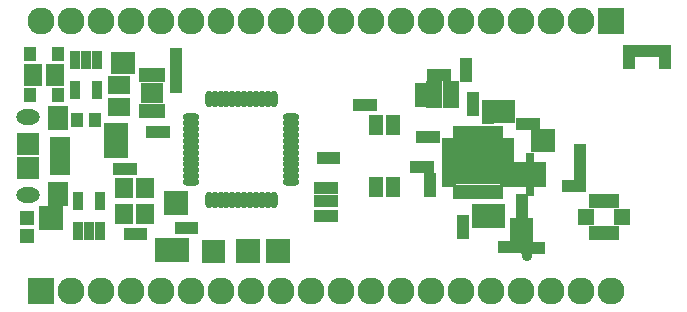
<source format=gts>
G04 #@! TF.FileFunction,Soldermask,Top*
%FSLAX46Y46*%
G04 Gerber Fmt 4.6, Leading zero omitted, Abs format (unit mm)*
G04 Created by KiCad (PCBNEW 4.0.7+dfsg1-1) date Sun Jan 28 21:58:49 2018*
%MOMM*%
%LPD*%
G01*
G04 APERTURE LIST*
%ADD10C,0.100000*%
%ADD11R,1.000000X1.000000*%
%ADD12R,1.350000X1.250000*%
%ADD13R,1.200000X0.684600*%
%ADD14R,0.684600X1.200000*%
%ADD15R,3.850000X3.850000*%
%ADD16O,0.650000X1.400000*%
%ADD17O,1.400000X0.650000*%
%ADD18R,1.593800X1.797000*%
%ADD19R,0.950000X1.600000*%
%ADD20R,1.000000X1.200000*%
%ADD21R,1.030000X1.230000*%
%ADD22R,1.550000X1.850000*%
%ADD23R,1.850000X1.550000*%
%ADD24R,1.200000X0.700000*%
%ADD25R,0.700000X1.200000*%
%ADD26R,1.200000X1.200000*%
%ADD27R,2.279600X2.279600*%
%ADD28C,2.279600*%
%ADD29R,2.600000X1.250000*%
%ADD30R,1.450000X1.400000*%
%ADD31R,1.200000X1.800000*%
%ADD32R,1.860000X1.760000*%
%ADD33R,0.700000X1.150000*%
%ADD34R,1.750000X0.800000*%
%ADD35R,1.950000X1.900000*%
%ADD36O,2.000000X1.300000*%
%ADD37R,1.800000X2.000000*%
%ADD38C,0.908000*%
%ADD39C,0.857200*%
G04 APERTURE END LIST*
D10*
G36*
X155495500Y-103902000D02*
X152225500Y-103902000D01*
X152225500Y-107172000D01*
X155495500Y-107172000D01*
X155495500Y-103902000D01*
G37*
D11*
X149821900Y-106916600D03*
X149821900Y-107916600D03*
X149663100Y-105941800D03*
X148663100Y-105941800D03*
X152615900Y-110498000D03*
X152615900Y-111498000D03*
X150118700Y-103378000D03*
X149118700Y-103378000D03*
X154774900Y-110583600D03*
X154774900Y-109583600D03*
X157627700Y-102311200D03*
X158627700Y-102311200D03*
X158846900Y-103225600D03*
X159846900Y-103225600D03*
X158846900Y-104165400D03*
X159846900Y-104165400D03*
X153911300Y-109558200D03*
X153911300Y-110558200D03*
X155689300Y-109558200D03*
X155689300Y-110558200D03*
X157594300Y-108720000D03*
X157594300Y-109720000D03*
X157111700Y-111726600D03*
X157111700Y-110726600D03*
X158026100Y-110726600D03*
X158026100Y-111726600D03*
X158059500Y-112750600D03*
X159059500Y-112750600D03*
X157103700Y-112725200D03*
X156103700Y-112725200D03*
D12*
X150112900Y-99221600D03*
X151562900Y-99221600D03*
X151562900Y-100371600D03*
X150112900Y-100371600D03*
D11*
X149085300Y-100347400D03*
X149085300Y-99347400D03*
X151083900Y-98171000D03*
X150083900Y-98171000D03*
D13*
X151385500Y-103787000D03*
X151385500Y-104287000D03*
X151385500Y-104787000D03*
X151385500Y-105287000D03*
X151385500Y-105787000D03*
X151385500Y-106287000D03*
X151385500Y-106787000D03*
X151385500Y-107287000D03*
D14*
X152110500Y-108012000D03*
X152610500Y-108012000D03*
X153110500Y-108012000D03*
X153610500Y-108012000D03*
X154110500Y-108012000D03*
X154610500Y-108012000D03*
X155110500Y-108012000D03*
X155610500Y-108012000D03*
D13*
X156335500Y-107287000D03*
X156335500Y-106787000D03*
X156335500Y-106287000D03*
X156335500Y-105787000D03*
X156335500Y-105287000D03*
X156335500Y-104787000D03*
X156335500Y-104287000D03*
X156335500Y-103787000D03*
D14*
X155610500Y-103062000D03*
X155110500Y-103062000D03*
X154610500Y-103062000D03*
X154110500Y-103062000D03*
X153610500Y-103062000D03*
X153110500Y-103062000D03*
X152610500Y-103062000D03*
X152110500Y-103062000D03*
D15*
X153860500Y-105537000D03*
D11*
X156476700Y-101719000D03*
X156476700Y-100719000D03*
X153479500Y-101109400D03*
X153479500Y-100109400D03*
X154698700Y-101744400D03*
X154698700Y-100744400D03*
X155613100Y-101719000D03*
X155613100Y-100719000D03*
X152844500Y-98213800D03*
X152844500Y-97213800D03*
D16*
X131073894Y-108708853D03*
X131573894Y-108708853D03*
X132073894Y-108708853D03*
X132573894Y-108708853D03*
X133073894Y-108708853D03*
X133573894Y-108708853D03*
X134073894Y-108708853D03*
X134573894Y-108708853D03*
X135073894Y-108708853D03*
X135573894Y-108708853D03*
X136073894Y-108708853D03*
X136573894Y-108708853D03*
D17*
X138073894Y-107208853D03*
X138073894Y-106708853D03*
X138073894Y-106208853D03*
X138073894Y-105708853D03*
X138073894Y-105208853D03*
X138073894Y-104708853D03*
X138073894Y-104208853D03*
X138073894Y-103708853D03*
X138073894Y-103208853D03*
X138073894Y-102708853D03*
X138073894Y-102208853D03*
X138073894Y-101708853D03*
D16*
X136573894Y-100208853D03*
X136073894Y-100208853D03*
X135573894Y-100208853D03*
X135073894Y-100208853D03*
X134573894Y-100208853D03*
X134073894Y-100208853D03*
X133573894Y-100208853D03*
X133073894Y-100208853D03*
X132573894Y-100208853D03*
X132073894Y-100208853D03*
X131573894Y-100208853D03*
X131073894Y-100208853D03*
D17*
X129573894Y-101708853D03*
X129573894Y-102208853D03*
X129573894Y-102708853D03*
X129573894Y-103208853D03*
X129573894Y-103708853D03*
X129573894Y-104208853D03*
X129573894Y-104708853D03*
X129573894Y-105208853D03*
X129573894Y-105708853D03*
X129573894Y-106208853D03*
X129573894Y-106708853D03*
X129573894Y-107208853D03*
D11*
X128816100Y-108440600D03*
X128816100Y-109440600D03*
X127284100Y-102971600D03*
X126284100Y-102971600D03*
X140714047Y-105138441D03*
X141714047Y-105138441D03*
X136436100Y-112504600D03*
X136436100Y-113504600D03*
X134912100Y-113504600D03*
X134912100Y-112504600D03*
X127818288Y-108440600D03*
X127818288Y-109440600D03*
X128697100Y-111099600D03*
X129697100Y-111099600D03*
X137452100Y-112504600D03*
X137452100Y-113504600D03*
X133896100Y-112504600D03*
X133896100Y-113504600D03*
X141511469Y-108816425D03*
X140511469Y-108816425D03*
X123499806Y-106055478D03*
X124499806Y-106055478D03*
X124377247Y-111563725D03*
X125377247Y-111563725D03*
X122728100Y-103733600D03*
X123728100Y-103733600D03*
X122728100Y-104622600D03*
X123728100Y-104622600D03*
D18*
X123935859Y-109881228D03*
X123935859Y-107671428D03*
X125637659Y-107671428D03*
X125637659Y-109881228D03*
D19*
X121638100Y-96845500D03*
X120688100Y-96845500D03*
X119738100Y-96845500D03*
X119738100Y-99445700D03*
X121638100Y-99445700D03*
D20*
X121428100Y-101955600D03*
X119948100Y-101955600D03*
D21*
X115982100Y-99796600D03*
X118282100Y-99796600D03*
D22*
X116232100Y-98145600D03*
X118032100Y-98145600D03*
D23*
X123482100Y-100823600D03*
X123482100Y-99023600D03*
D11*
X141508100Y-110083600D03*
X140508100Y-110083600D03*
X144810100Y-100685600D03*
X143810100Y-100685600D03*
X141508100Y-107670600D03*
X140508100Y-107670600D03*
X123337700Y-96689616D03*
X124337700Y-96689616D03*
X123337700Y-97573509D03*
X124337700Y-97573509D03*
X128895513Y-113454097D03*
X128895513Y-112454097D03*
X123728100Y-102717600D03*
X122728100Y-102717600D03*
D24*
X157454700Y-106303000D03*
X157454700Y-106803000D03*
X157454700Y-107303000D03*
X159054700Y-107303000D03*
X159054700Y-106803000D03*
X159054700Y-106303000D03*
D25*
X158254700Y-107753000D03*
D24*
X157454700Y-105803000D03*
X159054700Y-105803000D03*
D25*
X158254700Y-105353000D03*
D26*
X115653300Y-111738200D03*
X115653300Y-110238200D03*
D11*
X117194300Y-110713800D03*
X118194300Y-110713800D03*
D19*
X119992100Y-111383700D03*
X120942100Y-111383700D03*
X121892100Y-111383700D03*
X121892100Y-108783500D03*
X119992100Y-108783500D03*
D11*
X118187700Y-109700800D03*
X117187700Y-109700800D03*
X131983100Y-113563400D03*
X130983100Y-113563400D03*
X130983100Y-112623600D03*
X131983100Y-112623600D03*
D27*
X165138100Y-93573600D03*
D28*
X162598100Y-93573600D03*
X160058100Y-93573600D03*
X157518100Y-93573600D03*
X154978100Y-93573600D03*
X152438100Y-93573600D03*
X149898100Y-93573600D03*
X147358100Y-93573600D03*
X144818100Y-93573600D03*
X142278100Y-93573600D03*
X139738100Y-93573600D03*
X137198100Y-93573600D03*
X134658100Y-93573600D03*
X132118100Y-93573600D03*
X129578100Y-93573600D03*
X127038100Y-93573600D03*
X124498100Y-93573600D03*
X121958100Y-93573600D03*
X119418100Y-93573600D03*
X116878100Y-93573600D03*
D11*
X166662100Y-97121600D03*
X166662100Y-96121600D03*
D29*
X164517100Y-111523600D03*
X164517100Y-108773600D03*
D30*
X162992100Y-110148600D03*
X166042100Y-110148600D03*
D11*
X162496500Y-106518600D03*
X162496500Y-107518600D03*
X162496500Y-106533600D03*
X162496500Y-105533600D03*
X169710100Y-96121600D03*
X169710100Y-97121600D03*
X167686100Y-96113600D03*
X168686100Y-96113600D03*
D31*
X146686100Y-107603600D03*
X145236100Y-107603600D03*
X145236100Y-102403600D03*
X146686100Y-102403600D03*
D27*
X116878100Y-116433600D03*
D28*
X119418100Y-116433600D03*
X121958100Y-116433600D03*
X124498100Y-116433600D03*
X127038100Y-116433600D03*
X129578100Y-116433600D03*
X132118100Y-116433600D03*
X134658100Y-116433600D03*
X137198100Y-116433600D03*
X139738100Y-116433600D03*
X142278100Y-116433600D03*
X144818100Y-116433600D03*
X147358100Y-116433600D03*
X149898100Y-116433600D03*
X152438100Y-116433600D03*
X154978100Y-116433600D03*
X157518100Y-116433600D03*
X160058100Y-116433600D03*
X162598100Y-116433600D03*
X165138100Y-116433600D03*
D11*
X161494188Y-107518175D03*
X162494188Y-107518175D03*
X162499472Y-104518353D03*
X162499472Y-105518353D03*
X127992303Y-112461037D03*
X127992303Y-113461037D03*
X127061516Y-112469903D03*
X127061516Y-113469903D03*
D32*
X126276100Y-99669600D03*
D33*
X126026100Y-98169600D03*
X126526100Y-98169600D03*
X127026100Y-98169600D03*
X125526100Y-98169600D03*
X125526100Y-101169600D03*
X126026100Y-101169600D03*
X126526100Y-101169600D03*
X127026100Y-101169600D03*
D34*
X118488100Y-103703600D03*
X118488100Y-106303600D03*
X118488100Y-104353600D03*
X118488100Y-105003600D03*
X118488100Y-105653600D03*
D35*
X115788100Y-104003600D03*
X115798100Y-106003600D03*
D36*
X115788100Y-101703600D03*
X115798100Y-108303600D03*
D37*
X118288100Y-101803600D03*
X118288100Y-108203600D03*
D11*
X128308100Y-98153600D03*
X128308100Y-99153600D03*
X128308100Y-96375600D03*
X128308100Y-97375600D03*
D21*
X118282100Y-96367600D03*
X115982100Y-96367600D03*
D38*
X158026100Y-113487200D03*
D39*
X158254700Y-106553000D03*
X158254700Y-106045000D03*
X158254700Y-107061000D03*
M02*

</source>
